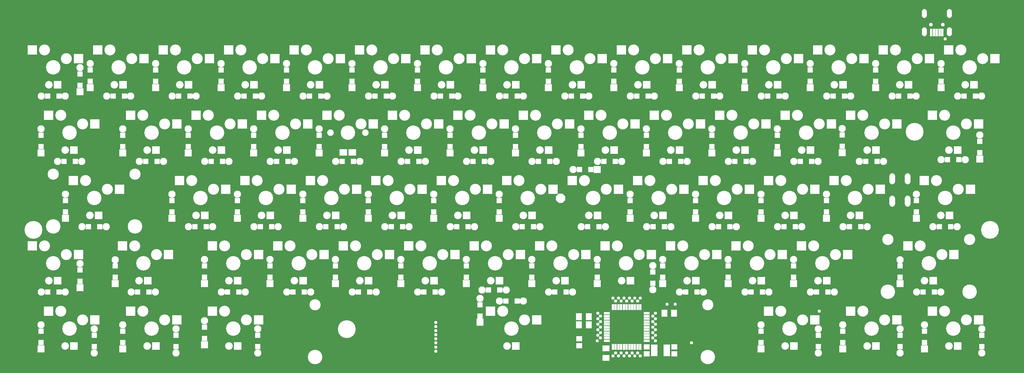
<source format=gbr>
G04 EAGLE Gerber RS-274X export*
G75*
%MOMM*%
%FSLAX34Y34*%
%LPD*%
%INSoldermask Top*%
%IPNEG*%
%AMOC8*
5,1,8,0,0,1.08239X$1,22.5*%
G01*
%ADD10R,2.103200X2.103200*%
%ADD11C,2.103200*%
%ADD12R,1.600200X1.600200*%
%ADD13C,4.203200*%
%ADD14C,3.203200*%
%ADD15C,2.203200*%
%ADD16R,2.203200X2.203200*%
%ADD17R,2.753200X2.703200*%
%ADD18C,1.903200*%
%ADD19R,2.203200X1.953200*%
%ADD20C,3.253200*%
%ADD21C,1.403200*%
%ADD22R,0.703200X2.203200*%
%ADD23C,1.103200*%
%ADD24R,1.903200X3.503200*%
%ADD25R,1.803200X1.503200*%
%ADD26C,1.727200*%
%ADD27R,1.803200X2.006200*%
%ADD28R,2.006200X1.803200*%
%ADD29R,1.703200X0.703200*%
%ADD30R,0.703200X1.703200*%
%ADD31P,2.969212X8X22.500000*%
%ADD32C,5.203200*%
%ADD33C,0.959600*%


D10*
X392906Y798438D03*
D11*
X392906Y868438D03*
D12*
X392906Y816928D03*
X392906Y849948D03*
D10*
X583406Y798438D03*
D11*
X583406Y868438D03*
D12*
X583406Y816928D03*
X583406Y849948D03*
D10*
X773906Y798438D03*
D11*
X773906Y868438D03*
D12*
X773906Y816928D03*
X773906Y849948D03*
D10*
X2488406Y798438D03*
D11*
X2488406Y868438D03*
D12*
X2488406Y816928D03*
X2488406Y849948D03*
D10*
X2297906Y798438D03*
D11*
X2297906Y868438D03*
D12*
X2297906Y816928D03*
X2297906Y849948D03*
D10*
X2107406Y798438D03*
D11*
X2107406Y868438D03*
D12*
X2107406Y816928D03*
X2107406Y849948D03*
D10*
X1916906Y798438D03*
D11*
X1916906Y868438D03*
D12*
X1916906Y816928D03*
X1916906Y849948D03*
D10*
X1726406Y798438D03*
D11*
X1726406Y868438D03*
D12*
X1726406Y816928D03*
X1726406Y849948D03*
D10*
X1535906Y798438D03*
D11*
X1535906Y868438D03*
D12*
X1535906Y816928D03*
X1535906Y849948D03*
D10*
X1345406Y798438D03*
D11*
X1345406Y868438D03*
D12*
X1345406Y816928D03*
X1345406Y849948D03*
D10*
X1154906Y798438D03*
D11*
X1154906Y868438D03*
D12*
X1154906Y816928D03*
X1154906Y849948D03*
D10*
X964406Y798438D03*
D11*
X964406Y868438D03*
D12*
X964406Y816928D03*
X964406Y849948D03*
D10*
X59531Y607938D03*
D11*
X59531Y677938D03*
D12*
X59531Y626428D03*
X59531Y659448D03*
D10*
X2012156Y607938D03*
D11*
X2012156Y677938D03*
D12*
X2012156Y626428D03*
X2012156Y659448D03*
D10*
X2678906Y798438D03*
D11*
X2678906Y868438D03*
D12*
X2678906Y816928D03*
X2678906Y849948D03*
D10*
X1059656Y607938D03*
D11*
X1059656Y677938D03*
D12*
X1059656Y626428D03*
X1059656Y659448D03*
D10*
X869156Y607938D03*
D11*
X869156Y677938D03*
D12*
X869156Y626428D03*
X869156Y659448D03*
D10*
X678656Y607938D03*
D11*
X678656Y677938D03*
D12*
X678656Y626428D03*
X678656Y659448D03*
D10*
X2391688Y608666D03*
D11*
X2391688Y678666D03*
D12*
X2391688Y627156D03*
X2391688Y660176D03*
D10*
X1821656Y607938D03*
D11*
X1821656Y677938D03*
D12*
X1821656Y626428D03*
X1821656Y659448D03*
D10*
X1631156Y607938D03*
D11*
X1631156Y677938D03*
D12*
X1631156Y626428D03*
X1631156Y659448D03*
D10*
X2792016Y590078D03*
D11*
X2792016Y660078D03*
D12*
X2792016Y608568D03*
X2792016Y641588D03*
D10*
X1250156Y607938D03*
D11*
X1250156Y677938D03*
D12*
X1250156Y626428D03*
X1250156Y659448D03*
D10*
X2202656Y607938D03*
D11*
X2202656Y677938D03*
D12*
X2202656Y626428D03*
X2202656Y659448D03*
D10*
X1440656Y607938D03*
D11*
X1440656Y677938D03*
D12*
X1440656Y626428D03*
X1440656Y659448D03*
D10*
X488156Y607938D03*
D11*
X488156Y677938D03*
D12*
X488156Y626428D03*
X488156Y659448D03*
D10*
X202406Y798438D03*
D11*
X202406Y868438D03*
D12*
X202406Y816928D03*
X202406Y849948D03*
D10*
X297656Y607938D03*
D11*
X297656Y677938D03*
D12*
X297656Y626428D03*
X297656Y659448D03*
D10*
X172641Y786531D03*
D11*
X172641Y856531D03*
D12*
X172641Y805021D03*
X172641Y838041D03*
D13*
X476250Y857250D03*
D14*
X514350Y882650D03*
X450850Y908050D03*
D15*
X463550Y806450D03*
D16*
X488950Y806450D03*
D17*
X549850Y882650D03*
X415350Y908050D03*
D13*
X666750Y857250D03*
D14*
X704850Y882650D03*
X641350Y908050D03*
D15*
X654050Y806450D03*
D16*
X679450Y806450D03*
D17*
X740350Y882650D03*
X605850Y908050D03*
D13*
X857250Y857250D03*
D14*
X895350Y882650D03*
X831850Y908050D03*
D15*
X844550Y806450D03*
D16*
X869950Y806450D03*
D17*
X930850Y882650D03*
X796350Y908050D03*
D13*
X2571750Y857250D03*
D14*
X2609850Y882650D03*
X2546350Y908050D03*
D15*
X2559050Y806450D03*
D16*
X2584450Y806450D03*
D17*
X2645350Y882650D03*
X2510850Y908050D03*
D13*
X2381250Y857250D03*
D14*
X2419350Y882650D03*
X2355850Y908050D03*
D15*
X2368550Y806450D03*
D16*
X2393950Y806450D03*
D17*
X2454850Y882650D03*
X2320350Y908050D03*
D13*
X2190750Y857250D03*
D14*
X2228850Y882650D03*
X2165350Y908050D03*
D15*
X2178050Y806450D03*
D16*
X2203450Y806450D03*
D17*
X2264350Y882650D03*
X2129850Y908050D03*
D13*
X2000250Y857250D03*
D14*
X2038350Y882650D03*
X1974850Y908050D03*
D15*
X1987550Y806450D03*
D16*
X2012950Y806450D03*
D17*
X2073850Y882650D03*
X1939350Y908050D03*
D13*
X1809750Y857250D03*
D14*
X1847850Y882650D03*
X1784350Y908050D03*
D15*
X1797050Y806450D03*
D16*
X1822450Y806450D03*
D17*
X1883350Y882650D03*
X1748850Y908050D03*
D13*
X1619250Y857250D03*
D14*
X1657350Y882650D03*
X1593850Y908050D03*
D15*
X1606550Y806450D03*
D16*
X1631950Y806450D03*
D17*
X1692850Y882650D03*
X1558350Y908050D03*
D13*
X1428750Y857250D03*
D14*
X1466850Y882650D03*
X1403350Y908050D03*
D15*
X1416050Y806450D03*
D16*
X1441450Y806450D03*
D17*
X1502350Y882650D03*
X1367850Y908050D03*
D13*
X1238250Y857250D03*
D14*
X1276350Y882650D03*
X1212850Y908050D03*
D15*
X1225550Y806450D03*
D16*
X1250950Y806450D03*
D17*
X1311850Y882650D03*
X1177350Y908050D03*
D13*
X1047750Y857250D03*
D14*
X1085850Y882650D03*
X1022350Y908050D03*
D15*
X1035050Y806450D03*
D16*
X1060450Y806450D03*
D17*
X1121350Y882650D03*
X986850Y908050D03*
D13*
X142875Y666750D03*
D14*
X180975Y692150D03*
X117475Y717550D03*
D15*
X130175Y615950D03*
D16*
X155575Y615950D03*
D17*
X216475Y692150D03*
X81975Y717550D03*
D13*
X2095500Y666750D03*
D14*
X2133600Y692150D03*
X2070100Y717550D03*
D15*
X2082800Y615950D03*
D16*
X2108200Y615950D03*
D17*
X2169100Y692150D03*
X2034600Y717550D03*
D13*
X2762250Y857250D03*
D14*
X2800350Y882650D03*
X2736850Y908050D03*
D15*
X2749550Y806450D03*
D16*
X2774950Y806450D03*
D17*
X2835850Y882650D03*
X2701350Y908050D03*
D13*
X1143000Y666750D03*
D14*
X1181100Y692150D03*
X1117600Y717550D03*
D15*
X1130300Y615950D03*
D16*
X1155700Y615950D03*
D17*
X1216600Y692150D03*
X1082100Y717550D03*
D13*
X952500Y666750D03*
D18*
X1003300Y666750D03*
X901700Y666750D03*
D14*
X990600Y692150D03*
X927100Y717550D03*
D17*
X1026100Y692150D03*
X891600Y717550D03*
D19*
X939500Y609250D03*
X965500Y609250D03*
D13*
X762000Y666750D03*
D14*
X800100Y692150D03*
X736600Y717550D03*
D15*
X749300Y615950D03*
D16*
X774700Y615950D03*
D17*
X835600Y692150D03*
X701100Y717550D03*
D13*
X2476500Y666750D03*
D14*
X2514600Y692150D03*
X2451100Y717550D03*
D15*
X2463800Y615950D03*
D16*
X2489200Y615950D03*
D17*
X2550100Y692150D03*
X2415600Y717550D03*
D13*
X1905000Y666750D03*
D14*
X1943100Y692150D03*
X1879600Y717550D03*
D15*
X1892300Y615950D03*
D16*
X1917700Y615950D03*
D17*
X1978600Y692150D03*
X1844100Y717550D03*
D13*
X1714500Y666750D03*
D14*
X1752600Y692150D03*
X1689100Y717550D03*
D15*
X1701800Y615950D03*
D16*
X1727200Y615950D03*
D17*
X1788100Y692150D03*
X1653600Y717550D03*
D13*
X2714625Y666750D03*
D14*
X2752725Y692150D03*
X2689225Y717550D03*
D15*
X2701925Y615950D03*
D16*
X2727325Y615950D03*
D17*
X2788225Y692150D03*
X2653725Y717550D03*
D13*
X1333500Y666750D03*
D14*
X1371600Y692150D03*
X1308100Y717550D03*
D15*
X1320800Y615950D03*
D16*
X1346200Y615950D03*
D17*
X1407100Y692150D03*
X1272600Y717550D03*
D13*
X2286000Y666750D03*
D14*
X2324100Y692150D03*
X2260600Y717550D03*
D15*
X2273300Y615950D03*
D16*
X2298700Y615950D03*
D17*
X2359600Y692150D03*
X2225100Y717550D03*
D13*
X1524000Y666750D03*
D14*
X1562100Y692150D03*
X1498600Y717550D03*
D15*
X1511300Y615950D03*
D16*
X1536700Y615950D03*
D17*
X1597600Y692150D03*
X1463100Y717550D03*
D13*
X571500Y666750D03*
D14*
X609600Y692150D03*
X546100Y717550D03*
D15*
X558800Y615950D03*
D16*
X584200Y615950D03*
D17*
X645100Y692150D03*
X510600Y717550D03*
D13*
X285750Y857250D03*
D14*
X323850Y882650D03*
X260350Y908050D03*
D15*
X273050Y806450D03*
D16*
X298450Y806450D03*
D17*
X359350Y882650D03*
X224850Y908050D03*
D13*
X381000Y666750D03*
D14*
X419100Y692150D03*
X355600Y717550D03*
D15*
X368300Y615950D03*
D16*
X393700Y615950D03*
D17*
X454600Y692150D03*
X320100Y717550D03*
D13*
X95250Y857250D03*
D14*
X133350Y882650D03*
X69850Y908050D03*
D15*
X82550Y806450D03*
D16*
X107950Y806450D03*
D17*
X168850Y882650D03*
X34350Y908050D03*
D11*
X441250Y773906D03*
X511250Y773906D03*
D12*
X459740Y773906D03*
X492760Y773906D03*
D11*
X631750Y773906D03*
X701750Y773906D03*
D12*
X650240Y773906D03*
X683260Y773906D03*
D11*
X822250Y773906D03*
X892250Y773906D03*
D12*
X840740Y773906D03*
X873760Y773906D03*
D11*
X2536750Y773906D03*
X2606750Y773906D03*
D12*
X2555240Y773906D03*
X2588260Y773906D03*
D11*
X2346250Y773906D03*
X2416250Y773906D03*
D12*
X2364740Y773906D03*
X2397760Y773906D03*
D11*
X2155750Y773906D03*
X2225750Y773906D03*
D12*
X2174240Y773906D03*
X2207260Y773906D03*
D11*
X1965250Y773906D03*
X2035250Y773906D03*
D12*
X1983740Y773906D03*
X2016760Y773906D03*
D11*
X1774750Y773906D03*
X1844750Y773906D03*
D12*
X1793240Y773906D03*
X1826260Y773906D03*
D11*
X1584250Y773906D03*
X1654250Y773906D03*
D12*
X1602740Y773906D03*
X1635760Y773906D03*
D11*
X1393750Y773906D03*
X1463750Y773906D03*
D12*
X1412240Y773906D03*
X1445260Y773906D03*
D11*
X1203250Y773906D03*
X1273250Y773906D03*
D12*
X1221740Y773906D03*
X1254760Y773906D03*
D11*
X1012750Y773906D03*
X1082750Y773906D03*
D12*
X1031240Y773906D03*
X1064260Y773906D03*
D11*
X107875Y583406D03*
X177875Y583406D03*
D12*
X126365Y583406D03*
X159385Y583406D03*
D11*
X2060500Y583406D03*
X2130500Y583406D03*
D12*
X2078990Y583406D03*
X2112010Y583406D03*
D11*
X2727250Y773906D03*
X2797250Y773906D03*
D12*
X2745740Y773906D03*
X2778760Y773906D03*
D11*
X1108000Y583406D03*
X1178000Y583406D03*
D12*
X1126490Y583406D03*
X1159510Y583406D03*
D11*
X917500Y583406D03*
X987500Y583406D03*
D12*
X935990Y583406D03*
X969010Y583406D03*
D11*
X727000Y583406D03*
X797000Y583406D03*
D12*
X745490Y583406D03*
X778510Y583406D03*
D11*
X2441500Y583406D03*
X2511500Y583406D03*
D12*
X2459990Y583406D03*
X2493010Y583406D03*
D11*
X1870000Y583406D03*
X1940000Y583406D03*
D12*
X1888490Y583406D03*
X1921510Y583406D03*
D11*
X1679500Y583406D03*
X1749500Y583406D03*
D12*
X1697990Y583406D03*
X1731010Y583406D03*
D11*
X2679350Y588232D03*
X2749350Y588232D03*
D12*
X2697840Y588232D03*
X2730860Y588232D03*
D11*
X1298500Y583406D03*
X1368500Y583406D03*
D12*
X1316990Y583406D03*
X1350010Y583406D03*
D11*
X2251000Y583406D03*
X2321000Y583406D03*
D12*
X2269490Y583406D03*
X2302510Y583406D03*
D11*
X1489000Y583406D03*
X1559000Y583406D03*
D12*
X1507490Y583406D03*
X1540510Y583406D03*
D11*
X536500Y583406D03*
X606500Y583406D03*
D12*
X554990Y583406D03*
X588010Y583406D03*
D11*
X250750Y773906D03*
X320750Y773906D03*
D12*
X269240Y773906D03*
X302260Y773906D03*
D11*
X346000Y583406D03*
X416000Y583406D03*
D12*
X364490Y583406D03*
X397510Y583406D03*
D11*
X60250Y773906D03*
X130250Y773906D03*
D12*
X78740Y773906D03*
X111760Y773906D03*
D13*
X2690813Y476250D03*
D14*
X2728913Y501650D03*
X2665413Y527050D03*
D15*
X2678113Y425450D03*
D16*
X2703513Y425450D03*
D17*
X2764413Y501650D03*
X2629913Y527050D03*
D13*
X2428875Y476250D03*
D14*
X2466975Y501650D03*
X2403475Y527050D03*
D15*
X2416175Y425450D03*
D16*
X2441575Y425450D03*
D17*
X2502475Y501650D03*
X2367975Y527050D03*
D13*
X2238375Y476250D03*
D14*
X2276475Y501650D03*
X2212975Y527050D03*
D15*
X2225675Y425450D03*
D16*
X2251075Y425450D03*
D17*
X2311975Y501650D03*
X2177475Y527050D03*
D13*
X2047875Y476250D03*
D14*
X2085975Y501650D03*
X2022475Y527050D03*
D15*
X2035175Y425450D03*
D16*
X2060575Y425450D03*
D17*
X2121475Y501650D03*
X1986975Y527050D03*
D13*
X1857375Y476250D03*
D14*
X1895475Y501650D03*
X1831975Y527050D03*
D15*
X1844675Y425450D03*
D16*
X1870075Y425450D03*
D17*
X1930975Y501650D03*
X1796475Y527050D03*
D13*
X1666875Y476250D03*
D14*
X1704975Y501650D03*
X1641475Y527050D03*
D15*
X1654175Y425450D03*
D16*
X1679575Y425450D03*
D17*
X1740475Y501650D03*
X1605975Y527050D03*
D13*
X1476375Y476250D03*
D14*
X1514475Y501650D03*
X1450975Y527050D03*
D15*
X1463675Y425450D03*
D16*
X1489075Y425450D03*
D17*
X1549975Y501650D03*
X1415475Y527050D03*
D13*
X1285875Y476250D03*
D14*
X1323975Y501650D03*
X1260475Y527050D03*
D15*
X1273175Y425450D03*
D16*
X1298575Y425450D03*
D17*
X1359475Y501650D03*
X1224975Y527050D03*
D13*
X1095375Y476250D03*
D14*
X1133475Y501650D03*
X1069975Y527050D03*
D15*
X1082675Y425450D03*
D16*
X1108075Y425450D03*
D17*
X1168975Y501650D03*
X1034475Y527050D03*
D13*
X904875Y476250D03*
D14*
X942975Y501650D03*
X879475Y527050D03*
D15*
X892175Y425450D03*
D16*
X917575Y425450D03*
D17*
X978475Y501650D03*
X843975Y527050D03*
D13*
X714375Y476250D03*
D14*
X752475Y501650D03*
X688975Y527050D03*
D15*
X701675Y425450D03*
D16*
X727075Y425450D03*
D17*
X787975Y501650D03*
X653475Y527050D03*
D13*
X523875Y476250D03*
D14*
X561975Y501650D03*
X498475Y527050D03*
D15*
X511175Y425450D03*
D16*
X536575Y425450D03*
D17*
X597475Y501650D03*
X462975Y527050D03*
D13*
X214313Y476250D03*
D14*
X252413Y501650D03*
X188913Y527050D03*
D20*
X95313Y546250D03*
X333313Y546250D03*
D13*
X95313Y393850D03*
X333313Y393850D03*
D15*
X201613Y425450D03*
D16*
X227013Y425450D03*
D17*
X287913Y501650D03*
X153413Y527050D03*
D10*
X2607469Y417438D03*
D11*
X2607469Y487438D03*
D12*
X2607469Y435928D03*
X2607469Y468948D03*
D10*
X2345531Y417438D03*
D11*
X2345531Y487438D03*
D12*
X2345531Y435928D03*
X2345531Y468948D03*
D10*
X2155031Y417438D03*
D11*
X2155031Y487438D03*
D12*
X2155031Y435928D03*
X2155031Y468948D03*
D10*
X1964531Y417438D03*
D11*
X1964531Y487438D03*
D12*
X1964531Y435928D03*
X1964531Y468948D03*
D10*
X1774031Y417438D03*
D11*
X1774031Y487438D03*
D12*
X1774031Y435928D03*
X1774031Y468948D03*
D10*
X1678063Y559594D03*
D11*
X1608063Y559594D03*
D12*
X1659573Y559594D03*
X1626553Y559594D03*
D10*
X1393031Y417438D03*
D11*
X1393031Y487438D03*
D12*
X1393031Y435928D03*
X1393031Y468948D03*
D10*
X1202531Y417438D03*
D11*
X1202531Y487438D03*
D12*
X1202531Y435928D03*
X1202531Y468948D03*
D10*
X1012031Y417438D03*
D11*
X1012031Y487438D03*
D12*
X1012031Y435928D03*
X1012031Y468948D03*
D10*
X821531Y417438D03*
D11*
X821531Y487438D03*
D12*
X821531Y435928D03*
X821531Y468948D03*
D10*
X631031Y417438D03*
D11*
X631031Y487438D03*
D12*
X631031Y435928D03*
X631031Y468948D03*
D10*
X440531Y417438D03*
D11*
X440531Y487438D03*
D12*
X440531Y435928D03*
X440531Y468948D03*
D10*
X130969Y417438D03*
D11*
X130969Y487438D03*
D12*
X130969Y435928D03*
X130969Y468948D03*
D11*
X2655813Y392906D03*
X2725813Y392906D03*
D12*
X2674303Y392906D03*
X2707323Y392906D03*
D11*
X2393875Y392906D03*
X2463875Y392906D03*
D12*
X2412365Y392906D03*
X2445385Y392906D03*
D11*
X2203375Y392906D03*
X2273375Y392906D03*
D12*
X2221865Y392906D03*
X2254885Y392906D03*
D11*
X2012875Y392906D03*
X2082875Y392906D03*
D12*
X2031365Y392906D03*
X2064385Y392906D03*
D11*
X1822375Y392906D03*
X1892375Y392906D03*
D12*
X1840865Y392906D03*
X1873885Y392906D03*
D11*
X1631875Y392906D03*
X1701875Y392906D03*
D12*
X1650365Y392906D03*
X1683385Y392906D03*
D11*
X1441375Y392906D03*
X1511375Y392906D03*
D12*
X1459865Y392906D03*
X1492885Y392906D03*
D11*
X1250875Y392906D03*
X1320875Y392906D03*
D12*
X1269365Y392906D03*
X1302385Y392906D03*
D11*
X1060375Y392906D03*
X1130375Y392906D03*
D12*
X1078865Y392906D03*
X1111885Y392906D03*
D11*
X869875Y392906D03*
X939875Y392906D03*
D12*
X888365Y392906D03*
X921385Y392906D03*
D11*
X679375Y392906D03*
X749375Y392906D03*
D12*
X697865Y392906D03*
X730885Y392906D03*
D11*
X179313Y392906D03*
X249313Y392906D03*
D12*
X197803Y392906D03*
X230823Y392906D03*
D11*
X488875Y392906D03*
X558875Y392906D03*
D12*
X507365Y392906D03*
X540385Y392906D03*
D13*
X2643188Y285750D03*
D14*
X2681288Y311150D03*
X2617788Y336550D03*
D20*
X2524188Y355750D03*
X2762188Y355750D03*
D13*
X2524188Y203350D03*
X2762188Y203350D03*
D15*
X2630488Y234950D03*
D16*
X2655888Y234950D03*
D17*
X2716788Y311150D03*
X2582288Y336550D03*
D13*
X2333625Y285750D03*
D14*
X2371725Y311150D03*
X2308225Y336550D03*
D15*
X2320925Y234950D03*
D16*
X2346325Y234950D03*
D17*
X2407225Y311150D03*
X2272725Y336550D03*
D13*
X2143125Y285750D03*
D14*
X2181225Y311150D03*
X2117725Y336550D03*
D15*
X2130425Y234950D03*
D16*
X2155825Y234950D03*
D17*
X2216725Y311150D03*
X2082225Y336550D03*
D13*
X1952625Y285750D03*
D14*
X1990725Y311150D03*
X1927225Y336550D03*
D15*
X1939925Y234950D03*
D16*
X1965325Y234950D03*
D17*
X2026225Y311150D03*
X1891725Y336550D03*
D13*
X1762125Y285750D03*
D14*
X1800225Y311150D03*
X1736725Y336550D03*
D15*
X1749425Y234950D03*
D16*
X1774825Y234950D03*
D17*
X1835725Y311150D03*
X1701225Y336550D03*
D13*
X1571625Y285750D03*
D14*
X1609725Y311150D03*
X1546225Y336550D03*
D15*
X1558925Y234950D03*
D16*
X1584325Y234950D03*
D17*
X1645225Y311150D03*
X1510725Y336550D03*
D13*
X1381125Y285750D03*
D14*
X1419225Y311150D03*
X1355725Y336550D03*
D15*
X1368425Y234950D03*
D16*
X1393825Y234950D03*
D17*
X1454725Y311150D03*
X1320225Y336550D03*
D13*
X1190625Y285750D03*
D14*
X1228725Y311150D03*
X1165225Y336550D03*
D15*
X1177925Y234950D03*
D16*
X1203325Y234950D03*
D17*
X1264225Y311150D03*
X1129725Y336550D03*
D13*
X1000125Y285750D03*
D14*
X1038225Y311150D03*
X974725Y336550D03*
D15*
X987425Y234950D03*
D16*
X1012825Y234950D03*
D17*
X1073725Y311150D03*
X939225Y336550D03*
D13*
X809625Y285750D03*
D14*
X847725Y311150D03*
X784225Y336550D03*
D15*
X796925Y234950D03*
D16*
X822325Y234950D03*
D17*
X883225Y311150D03*
X748725Y336550D03*
D13*
X619125Y285750D03*
D14*
X657225Y311150D03*
X593725Y336550D03*
D15*
X606425Y234950D03*
D16*
X631825Y234950D03*
D17*
X692725Y311150D03*
X558225Y336550D03*
D13*
X357188Y285750D03*
D14*
X395288Y311150D03*
X331788Y336550D03*
D15*
X344488Y234950D03*
D16*
X369888Y234950D03*
D17*
X430788Y311150D03*
X296288Y336550D03*
D13*
X95250Y285750D03*
D14*
X133350Y311150D03*
X69850Y336550D03*
D15*
X82550Y234950D03*
D16*
X107950Y234950D03*
D17*
X168850Y311150D03*
X34350Y336550D03*
D10*
X2559595Y226430D03*
D11*
X2559595Y296430D03*
D12*
X2559595Y244920D03*
X2559595Y277940D03*
D10*
X2250281Y226938D03*
D11*
X2250281Y296938D03*
D12*
X2250281Y245428D03*
X2250281Y278448D03*
D10*
X2059781Y226938D03*
D11*
X2059781Y296938D03*
D12*
X2059781Y245428D03*
X2059781Y278448D03*
D10*
X1869281Y226938D03*
D11*
X1869281Y296938D03*
D12*
X1869281Y245428D03*
X1869281Y278448D03*
D10*
X1678781Y226938D03*
D11*
X1678781Y296938D03*
D12*
X1678781Y245428D03*
X1678781Y278448D03*
D10*
X1488281Y226938D03*
D11*
X1488281Y296938D03*
D12*
X1488281Y245428D03*
X1488281Y278448D03*
D10*
X1297781Y226938D03*
D11*
X1297781Y296938D03*
D12*
X1297781Y245428D03*
X1297781Y278448D03*
D10*
X1107281Y226938D03*
D11*
X1107281Y296938D03*
D12*
X1107281Y245428D03*
X1107281Y278448D03*
D10*
X916781Y226938D03*
D11*
X916781Y296938D03*
D12*
X916781Y245428D03*
X916781Y278448D03*
D10*
X726281Y226938D03*
D11*
X726281Y296938D03*
D12*
X726281Y245428D03*
X726281Y278448D03*
D10*
X535781Y226938D03*
D11*
X535781Y296938D03*
D12*
X535781Y245428D03*
X535781Y278448D03*
D10*
X275147Y226430D03*
D11*
X275147Y296430D03*
D12*
X275147Y244920D03*
X275147Y277940D03*
D10*
X172641Y215031D03*
D11*
X172641Y285031D03*
D12*
X172641Y233521D03*
X172641Y266541D03*
D11*
X2608188Y202406D03*
X2678188Y202406D03*
D12*
X2626678Y202406D03*
X2659698Y202406D03*
D11*
X2298625Y202406D03*
X2368625Y202406D03*
D12*
X2317115Y202406D03*
X2350135Y202406D03*
D11*
X2108125Y202406D03*
X2178125Y202406D03*
D12*
X2126615Y202406D03*
X2159635Y202406D03*
D11*
X1917625Y202406D03*
X1987625Y202406D03*
D12*
X1936115Y202406D03*
X1969135Y202406D03*
D11*
X1840094Y209000D03*
X1840094Y279000D03*
D12*
X1840094Y227490D03*
X1840094Y260510D03*
D11*
X1536625Y202406D03*
X1606625Y202406D03*
D12*
X1555115Y202406D03*
X1588135Y202406D03*
D11*
X1343290Y207962D03*
X1413290Y207962D03*
D12*
X1361780Y207962D03*
X1394800Y207962D03*
D11*
X1155625Y202406D03*
X1225625Y202406D03*
D12*
X1174115Y202406D03*
X1207135Y202406D03*
D11*
X965125Y202406D03*
X1035125Y202406D03*
D12*
X983615Y202406D03*
X1016635Y202406D03*
D11*
X774625Y202406D03*
X844625Y202406D03*
D12*
X793115Y202406D03*
X826135Y202406D03*
D11*
X584125Y202406D03*
X654125Y202406D03*
D12*
X602615Y202406D03*
X635635Y202406D03*
D11*
X60250Y202406D03*
X130250Y202406D03*
D12*
X78740Y202406D03*
X111760Y202406D03*
D11*
X322188Y202406D03*
X392188Y202406D03*
D12*
X340678Y202406D03*
X373698Y202406D03*
D13*
X2714625Y95250D03*
D14*
X2752725Y120650D03*
X2689225Y146050D03*
D15*
X2701925Y44450D03*
D16*
X2727325Y44450D03*
D17*
X2788225Y120650D03*
X2653725Y146050D03*
D13*
X2476500Y95250D03*
D14*
X2514600Y120650D03*
X2451100Y146050D03*
D15*
X2463800Y44450D03*
D16*
X2489200Y44450D03*
D17*
X2550100Y120650D03*
X2415600Y146050D03*
D13*
X1428750Y95250D03*
D14*
X1466850Y120650D03*
X1403350Y146050D03*
D20*
X857250Y165250D03*
X2000250Y165250D03*
D13*
X857250Y12850D03*
X2000250Y12850D03*
D15*
X1416050Y44450D03*
D16*
X1441450Y44450D03*
D17*
X1502350Y120650D03*
X1367850Y146050D03*
D13*
X381000Y95250D03*
D14*
X419100Y120650D03*
X355600Y146050D03*
D15*
X368300Y44450D03*
D16*
X393700Y44450D03*
D17*
X454600Y120650D03*
X320100Y146050D03*
D13*
X142875Y95250D03*
D14*
X180975Y120650D03*
X117475Y146050D03*
D15*
X130175Y44450D03*
D16*
X155575Y44450D03*
D17*
X216475Y120650D03*
X81975Y146050D03*
D10*
X2631281Y36438D03*
D11*
X2631281Y106438D03*
D12*
X2631281Y54928D03*
X2631281Y87948D03*
D10*
X2393156Y36438D03*
D11*
X2393156Y106438D03*
D12*
X2393156Y54928D03*
X2393156Y87948D03*
D10*
X1336855Y113691D03*
D11*
X1336855Y183691D03*
D12*
X1336855Y132181D03*
X1336855Y165201D03*
D10*
X297656Y36438D03*
D11*
X297656Y106438D03*
D12*
X297656Y54928D03*
X297656Y87948D03*
D10*
X59531Y36438D03*
D11*
X59531Y106438D03*
D12*
X59531Y54928D03*
X59531Y87948D03*
D11*
X2797969Y94531D03*
X2797969Y24531D03*
D12*
X2797969Y76041D03*
X2797969Y43021D03*
D11*
X2559844Y94531D03*
X2559844Y24531D03*
D12*
X2559844Y76041D03*
X2559844Y43021D03*
D11*
X1463639Y175533D03*
X1393639Y175533D03*
D12*
X1445149Y175533D03*
X1412129Y175533D03*
D11*
X452438Y24531D03*
X452438Y94531D03*
D12*
X452438Y43021D03*
X452438Y76041D03*
D11*
X214313Y94531D03*
X214313Y24531D03*
D12*
X214313Y76041D03*
X214313Y43021D03*
D21*
X2630130Y955740D02*
X2630130Y967740D01*
X2703130Y967740D02*
X2703130Y955740D01*
X2630130Y1008740D02*
X2630130Y1020740D01*
X2703130Y1020740D02*
X2703130Y1008740D01*
D22*
X2682630Y959240D03*
X2674630Y959240D03*
X2666630Y959240D03*
X2658630Y959240D03*
X2650630Y959240D03*
D23*
X2649130Y981740D03*
X2684130Y981740D03*
D13*
X619125Y95250D03*
D14*
X657225Y120650D03*
X593725Y146050D03*
D15*
X606425Y44450D03*
D16*
X631825Y44450D03*
D17*
X692725Y120650D03*
X558225Y146050D03*
D10*
X535781Y48344D03*
D11*
X535781Y118344D03*
D12*
X535781Y66834D03*
X535781Y99854D03*
D11*
X690563Y24531D03*
X690563Y94531D03*
D12*
X690563Y43021D03*
X690563Y76041D03*
D13*
X2238375Y95250D03*
D14*
X2276475Y120650D03*
X2212975Y146050D03*
D15*
X2225675Y44450D03*
D16*
X2251075Y44450D03*
D17*
X2311975Y120650D03*
X2177475Y146050D03*
D10*
X2155031Y36438D03*
D11*
X2155031Y106438D03*
D12*
X2155031Y54928D03*
X2155031Y87948D03*
D11*
X2321719Y94531D03*
X2321719Y24531D03*
D12*
X2321719Y76041D03*
X2321719Y43021D03*
D24*
X1881125Y32188D03*
X1844125Y32188D03*
D25*
X1902625Y22188D03*
X1902625Y42188D03*
X1822625Y22188D03*
X1822625Y42188D03*
X1626047Y65844D03*
X1626047Y45844D03*
D26*
X2536868Y459454D02*
X2536868Y474694D01*
X2582080Y474694D02*
X2582080Y459454D01*
X2536868Y524478D02*
X2536868Y539718D01*
X2582080Y539718D02*
X2582080Y524478D01*
D27*
X1625155Y106500D03*
X1653595Y106500D03*
X1625155Y130500D03*
X1653595Y130500D03*
D28*
X1704000Y38220D03*
X1704000Y9780D03*
D27*
X1902220Y140000D03*
X1873780Y140000D03*
D29*
X1706000Y140000D03*
X1706000Y132000D03*
X1706000Y124000D03*
X1706000Y116000D03*
X1706000Y108000D03*
X1706000Y100000D03*
X1706000Y92000D03*
X1706000Y84000D03*
X1706000Y76000D03*
X1706000Y68000D03*
X1706000Y60000D03*
D30*
X1724000Y42000D03*
X1732000Y42000D03*
X1740000Y42000D03*
X1748000Y42000D03*
X1756000Y42000D03*
X1764000Y42000D03*
X1772000Y42000D03*
X1780000Y42000D03*
X1788000Y42000D03*
X1796000Y42000D03*
X1804000Y42000D03*
D29*
X1822000Y60000D03*
X1822000Y68000D03*
X1822000Y76000D03*
X1822000Y84000D03*
X1822000Y92000D03*
X1822000Y100000D03*
X1822000Y108000D03*
X1822000Y116000D03*
X1822000Y124000D03*
X1822000Y132000D03*
X1822000Y140000D03*
D30*
X1804000Y158000D03*
X1796000Y158000D03*
X1788000Y158000D03*
X1780000Y158000D03*
X1772000Y158000D03*
X1764000Y158000D03*
X1756000Y158000D03*
X1748000Y158000D03*
X1740000Y158000D03*
X1732000Y158000D03*
X1724000Y158000D03*
D31*
X1571625Y475308D03*
D32*
X2602173Y669323D03*
X949174Y94180D03*
X37162Y383319D03*
X2821044Y383319D03*
D33*
X1772000Y184000D03*
X1840000Y100000D03*
X1848000Y92000D03*
X1848000Y108000D03*
X1840000Y116000D03*
X1848000Y124000D03*
X1748000Y176000D03*
X1680000Y140000D03*
X1208484Y113109D03*
X1688000Y84000D03*
X1208484Y101203D03*
X1680000Y76000D03*
X1208484Y89297D03*
X1688000Y68000D03*
X1208484Y77391D03*
X1678781Y59531D03*
X1208484Y65484D03*
X1780000Y24000D03*
X1208484Y53578D03*
X1788000Y16000D03*
X1208484Y41672D03*
X1796000Y24000D03*
X1208484Y29766D03*
X1804000Y16000D03*
X1780000Y176000D03*
X1788000Y184000D03*
X1756000Y184000D03*
X1848000Y76000D03*
X1680000Y108000D03*
X1848000Y60000D03*
X1748000Y24000D03*
X1732000Y176000D03*
X1796000Y176000D03*
X1905000Y166688D03*
X1688000Y132000D03*
X1680000Y92000D03*
X1840000Y68000D03*
X1740000Y16000D03*
X1724000Y184000D03*
X1804000Y184000D03*
X2690813Y940594D03*
X1881188Y166688D03*
X1764000Y24000D03*
X1756000Y16000D03*
X1688000Y100000D03*
X1732000Y24000D03*
X1952625Y53578D03*
X2324695Y145852D03*
X1688000Y116000D03*
X1680000Y124000D03*
X1848000Y140000D03*
X1740000Y184000D03*
X1724000Y16000D03*
X1840000Y84000D03*
X1840000Y132000D03*
X1764000Y176000D03*
X1772000Y16000D03*
M02*

</source>
